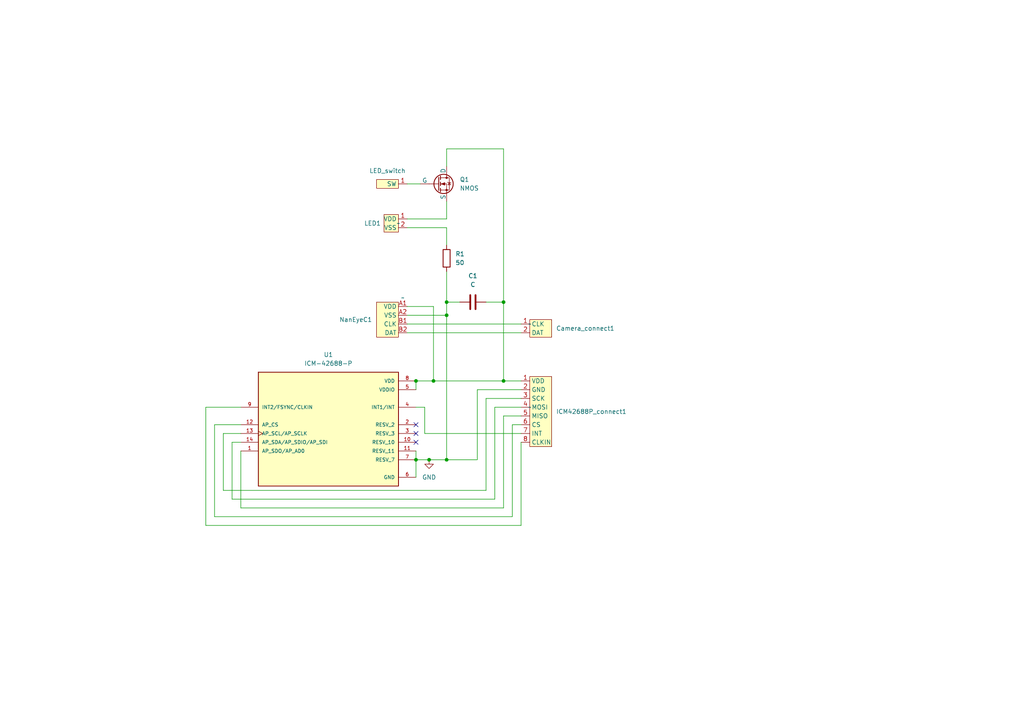
<source format=kicad_sch>
(kicad_sch (version 20230121) (generator eeschema)
  (paper "A4")
  (lib_symbols
    (symbol "Bat_tag_Library:ICM42688P_connect"
      (property "Reference" "ICM42688P_connect" (at 0 11.43 0))
      (symbol "ICM42688P_connect_1_1"
        (rectangle (start 0 8.89) (end 6.35 -11.43) (fill (type background)))
        (pin passive line (at -2.54 7.62 0) (length 2.54) (name "VDD") (number "1"))
        (pin passive line (at -2.54 5.08 0) (length 2.54) (name "GND") (number "2"))
        (pin passive line (at -2.54 2.54 0) (length 2.54) (name "SCK") (number "3"))
        (pin passive line (at -2.54 0 0) (length 2.54) (name "MOSI") (number "4"))
        (pin passive line (at -2.54 -2.54 0) (length 2.54) (name "MISO") (number "5"))
        (pin passive line (at -2.54 -5.08 0) (length 2.54) (name "CS") (number "6"))
        (pin passive line (at -2.54 -7.62 0) (length 2.54) (name "INT") (number "7"))
        (pin passive line (at -2.54 -10.16 0) (length 2.54) (name "CLKIN") (number "8"))
      )
    )
    (symbol "Bat_tag_Library:LED"
      (property "Reference" "LED" (at 0 5.08 0))
      (symbol "LED_1_1"
        (rectangle (start 0 2.54) (end 4.191 -2.54) (fill (type background)))
        (pin passive line (at -2.54 1.27 0) (length 2.54) (name "VDD") (number "1"))
        (pin passive line (at -2.54 -1.27 0) (length 2.54) (name "VSS") (number "2"))
      )
    )
    (symbol "Bat_tag_Library:LED_switch"
      (property "Value" "LED_switch" (at 0 3.81 0))
      (symbol "LED_switch_1_1"
        (rectangle (start 0 1.27) (end 6.35 -1.27) (fill (type background)))
        (pin passive line (at -2.54 0 0) (length 2.54) (name "SW") (number "1"))
      )
    )
    (symbol "Bat_tag_Library:NanEyeC"
      (property "Reference" "NanEyeC" (at 0 7.62 0))
      (symbol "NanEyeC_1_1"
        (rectangle (start 1.27 5.08) (end 7.62 -5.08) (fill (type background)))
        (pin passive line (at -1.27 3.81 0) (length 2.54) (name "VDD") (number "A1"))
        (pin passive line (at -1.27 1.27 0) (length 2.54) (name "VSS") (number "A2"))
        (pin passive line (at -1.27 -1.27 0) (length 2.54) (name "CLK") (number "B1"))
        (pin passive line (at -1.27 -3.81 0) (length 2.54) (name "DAT") (number "B2"))
      )
    )
    (symbol "Bat_tag_Library:camera_connect"
      (property "Reference" "Camera_connect" (at 0 3.81 0))
      (symbol "camera_connect_1_1"
        (rectangle (start 0 1.27) (end 6.35 -3.81) (fill (type background)))
        (pin passive line (at -2.54 0 0) (length 2.54) (name "CLK") (number "1"))
        (pin passive line (at -2.54 -2.54 0) (length 2.54) (name "DAT") (number "2"))
      )
    )
    (symbol "Device:C" (pin_numbers hide) (pin_names (offset 0.254))
      (property "Reference" "C" (at 0.635 2.54 0))
      (property "Value" "C" (at 0.635 -2.54 0))
      (symbol "C_0_1"
        (polyline (pts (xy -2.032 -0.762) (xy 2.032 -0.762)) (stroke (width 0.508)))
        (polyline (pts (xy -2.032 0.762) (xy 2.032 0.762)) (stroke (width 0.508)))
      )
      (symbol "C_1_1"
        (pin passive line (at 0 3.81 270) (length 2.794) (name "~") (number "1"))
        (pin passive line (at 0 -3.81 90) (length 2.794) (name "~") (number "2"))
      )
    )
    (symbol "Device:R" (pin_numbers hide) (pin_names (offset 0))
      (property "Reference" "R" (at 2.032 0 90))
      (property "Value" "R" (at 0 0 90))
      (symbol "R_0_1"
        (rectangle (start -1.016 -2.54) (end 1.016 2.54) (stroke (width 0.254)))
      )
      (symbol "R_1_1"
        (pin passive line (at 0 3.81 270) (length 1.27) (name "~") (number "1"))
        (pin passive line (at 0 -3.81 90) (length 1.27) (name "~") (number "2"))
      )
    )
    (symbol "ICM-42688-P:ICM-42688-P" (pin_names (offset 1.016))
      (property "Reference" "U" (at -20.32 16.002 0))
      (property "Value" "ICM-42688-P" (at -20.32 -20.32 0))
      (symbol "ICM-42688-P_0_0"
        (rectangle (start -20.32 -17.78) (end 20.32 15.24) (stroke (width 0.254)) (fill (type background)))
        (pin bidirectional line (at -25.4 -7.62 0) (length 5.08) (name "AP_SDO/AP_AD0") (number "1"))
        (pin passive line (at 25.4 -5.08 180) (length 5.08) (name "RESV_10") (number "10"))
        (pin passive line (at 25.4 -7.62 180) (length 5.08) (name "RESV_11") (number "11"))
        (pin input line (at -25.4 0 0) (length 5.08) (name "AP_CS") (number "12"))
        (pin input clock (at -25.4 -2.54 0) (length 5.08) (name "AP_SCL/AP_SCLK") (number "13"))
        (pin bidirectional line (at -25.4 -5.08 0) (length 5.08) (name "AP_SDA/AP_SDIO/AP_SDI") (number "14"))
        (pin passive line (at 25.4 0 180) (length 5.08) (name "RESV_2") (number "2"))
        (pin passive line (at 25.4 -2.54 180) (length 5.08) (name "RESV_3") (number "3"))
        (pin output line (at 25.4 5.08 180) (length 5.08) (name "INT1/INT") (number "4"))
        (pin power_in line (at 25.4 10.16 180) (length 5.08) (name "VDDIO") (number "5"))
        (pin power_in line (at 25.4 -15.24 180) (length 5.08) (name "GND") (number "6"))
        (pin passive line (at 25.4 -10.16 180) (length 5.08) (name "RESV_7") (number "7"))
        (pin power_in line (at 25.4 12.7 180) (length 5.08) (name "VDD") (number "8"))
        (pin bidirectional line (at -25.4 5.08 0) (length 5.08) (name "INT2/FSYNC/CLKIN") (number "9"))
      )
    )
    (symbol "Simulation_SPICE:NMOS" (pin_numbers hide) (pin_names (offset 0))
      (property "Reference" "Q" (at 5.08 1.27 0))
      (property "Value" "NMOS" (at 5.08 -1.27 0))
      (symbol "NMOS_0_1"
        (polyline (pts (xy 0.254 0) (xy -2.54 0)))
        (polyline (pts (xy 0.254 1.905) (xy 0.254 -1.905)) (stroke (width 0.254)))
        (polyline (pts (xy 0.762 -1.27) (xy 0.762 -2.286)) (stroke (width 0.254)))
        (polyline (pts (xy 0.762 0.508) (xy 0.762 -0.508)) (stroke (width 0.254)))
        (polyline (pts (xy 0.762 2.286) (xy 0.762 1.27)) (stroke (width 0.254)))
        (polyline (pts (xy 2.54 2.54) (xy 2.54 1.778)))
        (polyline (pts (xy 2.54 -2.54) (xy 2.54 0) (xy 0.762 0)))
        (polyline (pts (xy 0.762 -1.778) (xy 3.302 -1.778) (xy 3.302 1.778) (xy 0.762 1.778)))
        (polyline (pts (xy 1.016 0) (xy 2.032 0.381) (xy 2.032 -0.381) (xy 1.016 0)) (fill (type outline)))
        (polyline (pts (xy 2.794 0.508) (xy 2.921 0.381) (xy 3.683 0.381) (xy 3.81 0.254)))
        (polyline (pts (xy 3.302 0.381) (xy 2.921 -0.254) (xy 3.683 -0.254) (xy 3.302 0.381)))
        (circle (center 1.651 0) (radius 2.794) (stroke (width 0.254)))
        (circle (center 2.54 -1.778) (radius 0.254) (fill (type outline)))
        (circle (center 2.54 1.778) (radius 0.254) (fill (type outline)))
      )
      (symbol "NMOS_1_1"
        (pin passive line (at 2.54 5.08 270) (length 2.54) (name "D") (number "1"))
        (pin input line (at -5.08 0 0) (length 2.54) (name "G") (number "2"))
        (pin passive line (at 2.54 -5.08 90) (length 2.54) (name "S") (number "3"))
      )
    )
    (symbol "power:GND" (power) (pin_names (offset 0))
      (property "Value" "GND" (at 0 -3.81 0))
      (symbol "GND_0_1"
        (polyline (pts (xy 0 0) (xy 0 -1.27) (xy 1.27 -1.27) (xy 0 -2.54) (xy -1.27 -1.27) (xy 0 -1.27)))
      )
      (symbol "GND_1_1"
        (pin power_in line (at 0 0 270) (length 0) hide (name "GND") (number "1"))
      )
    )
  )
  (junction (at 124.46 133.35))
  (junction (at 129.54 91.44))
  (junction (at 129.54 87.63))
  (junction (at 120.65 133.35))
  (junction (at 146.05 87.63))
  (junction (at 120.65 110.49))
  (junction (at 125.73 110.49))
  (junction (at 146.05 110.49))
  (junction (at 129.54 133.35))
  (no_connect (at 120.65 125.73))
  (no_connect (at 120.65 128.27))
  (no_connect (at 120.65 123.19))
  (wire (pts (xy 146.05 43.18) (xy 129.54 43.18)))
  (wire (pts (xy 151.13 152.4) (xy 59.69 152.4)))
  (wire (pts (xy 140.97 115.57) (xy 140.97 142.24)))
  (wire (pts (xy 151.13 123.19) (xy 148.59 123.19)))
  (wire (pts (xy 59.69 152.4) (xy 59.69 118.11)))
  (wire (pts (xy 129.54 87.63) (xy 129.54 91.44)))
  (wire (pts (xy 146.05 110.49) (xy 151.13 110.49)))
  (wire (pts (xy 123.19 118.11) (xy 123.19 125.73)))
  (wire (pts (xy 146.05 147.32) (xy 69.85 147.32)))
  (wire (pts (xy 67.31 144.78) (xy 67.31 128.27)))
  (wire (pts (xy 125.73 110.49) (xy 146.05 110.49)))
  (wire (pts (xy 123.19 125.73) (xy 151.13 125.73)))
  (wire (pts (xy 67.31 128.27) (xy 69.85 128.27)))
  (wire (pts (xy 140.97 87.63) (xy 146.05 87.63)))
  (wire (pts (xy 118.11 63.5) (xy 129.54 63.5)))
  (wire (pts (xy 151.13 113.03) (xy 138.43 113.03)))
  (wire (pts (xy 120.65 118.11) (xy 123.19 118.11)))
  (wire (pts (xy 64.77 142.24) (xy 64.77 125.73)))
  (wire (pts (xy 146.05 110.49) (xy 146.05 87.63)))
  (wire (pts (xy 118.11 91.44) (xy 129.54 91.44)))
  (wire (pts (xy 140.97 142.24) (xy 64.77 142.24)))
  (wire (pts (xy 120.65 133.35) (xy 120.65 138.43)))
  (wire (pts (xy 129.54 66.04) (xy 129.54 71.12)))
  (wire (pts (xy 146.05 120.65) (xy 146.05 147.32)))
  (wire (pts (xy 69.85 147.32) (xy 69.85 130.81)))
  (wire (pts (xy 148.59 123.19) (xy 148.59 149.86)))
  (wire (pts (xy 151.13 120.65) (xy 146.05 120.65)))
  (wire (pts (xy 133.35 87.63) (xy 129.54 87.63)))
  (wire (pts (xy 151.13 118.11) (xy 143.51 118.11)))
  (wire (pts (xy 138.43 113.03) (xy 138.43 133.35)))
  (wire (pts (xy 151.13 115.57) (xy 140.97 115.57)))
  (wire (pts (xy 129.54 133.35) (xy 124.46 133.35)))
  (wire (pts (xy 138.43 133.35) (xy 129.54 133.35)))
  (wire (pts (xy 151.13 128.27) (xy 151.13 152.4)))
  (wire (pts (xy 129.54 91.44) (xy 129.54 133.35)))
  (wire (pts (xy 64.77 125.73) (xy 69.85 125.73)))
  (wire (pts (xy 118.11 66.04) (xy 129.54 66.04)))
  (wire (pts (xy 118.11 88.9) (xy 125.73 88.9)))
  (wire (pts (xy 62.23 123.19) (xy 69.85 123.19)))
  (wire (pts (xy 59.69 118.11) (xy 69.85 118.11)))
  (wire (pts (xy 151.13 93.98) (xy 118.11 93.98)))
  (wire (pts (xy 129.54 78.74) (xy 129.54 87.63)))
  (wire (pts (xy 129.54 43.18) (xy 129.54 48.26)))
  (wire (pts (xy 120.65 110.49) (xy 125.73 110.49)))
  (wire (pts (xy 148.59 149.86) (xy 62.23 149.86)))
  (wire (pts (xy 143.51 118.11) (xy 143.51 144.78)))
  (wire (pts (xy 62.23 149.86) (xy 62.23 123.19)))
  (wire (pts (xy 120.65 130.81) (xy 120.65 133.35)))
  (wire (pts (xy 125.73 88.9) (xy 125.73 110.49)))
  (wire (pts (xy 129.54 63.5) (xy 129.54 58.42)))
  (wire (pts (xy 151.13 96.52) (xy 118.11 96.52)))
  (wire (pts (xy 124.46 133.35) (xy 120.65 133.35)))
  (wire (pts (xy 143.51 144.78) (xy 67.31 144.78)))
  (wire (pts (xy 118.11 53.34) (xy 121.92 53.34)))
  (wire (pts (xy 146.05 87.63) (xy 146.05 43.18)))
  (wire (pts (xy 120.65 113.03) (xy 120.65 110.49)))
  (symbol (lib_id "Device:C") (at 137.16 87.63 90) (unit 1)
    (property "Reference" "C1" (at 137.16 80.01 90))
    (property "Value" "C" (at 137.16 82.55 90))
    (property "Footprint" "Capacitor_SMD:C_0603_1608Metric" (effects hide))
  )
  (symbol (lib_id "power:GND") (at 124.46 133.35 0) (unit 1)
    (property "Reference" "#PWR01" (effects hide))
    (property "Value" "GND" (at 124.46 138.43 0))
  )
  (symbol (lib_id "Device:R") (at 129.54 74.93 0) (unit 1)
    (property "Reference" "R1" (at 132.08 73.66 0) (effects (justify left)))
    (property "Value" "50" (at 132.08 76.2 0) (effects (justify left)))
    (property "Footprint" "Resistor_SMD:R_0603_1608Metric" (effects hide))
  )
  (symbol (lib_id "Bat_tag_Library:ICM42688P_connect") (at 153.67 118.11 0) (unit 1)
    (property "Reference" "ICM42688P_connect1" (at 161.29 119.38 0) (effects (justify left)))
    (property "Value" "~" (at 153.67 118.11 0))
    (property "Footprint" "Bat_tag_Library:ICM42688P_connect" (effects hide))
  )
  (symbol (lib_id "Simulation_SPICE:NMOS") (at 127 53.34 0) (unit 1)
    (property "Reference" "Q1" (at 133.35 52.07 0) (effects (justify left)))
    (property "Value" "NMOS" (at 133.35 54.61 0) (effects (justify left)))
    (property "Footprint" "Package_TO_SOT_SMD:SOT-23" (effects hide))
    (property "Datasheet" "https://ngspice.sourceforge.io/docs/ngspice-manual.pdf" (effects hide))
    (property "Sim.Device" "NMOS" (effects hide))
    (property "Sim.Type" "VDMOS" (effects hide))
    (property "Sim.Pins" "1=D 2=G 3=S" (effects hide))
  )
  (symbol (lib_id "Bat_tag_Library:NanEyeC") (at 116.84 92.71 0) (mirror y) (unit 1)
    (property "Reference" "NanEyeC1" (at 107.95 92.71 0) (effects (justify left)))
    (property "Value" "~" (at 116.84 86.36 0))
    (property "Footprint" "Bat_tag_Library:NanEyeC" (effects hide))
  )
  (symbol (lib_id "Bat_tag_Library:camera_connect") (at 153.67 93.98 0) (unit 1)
    (property "Reference" "Camera_connect1" (at 161.29 95.25 0) (effects (justify left)))
    (property "Value" "~" (at 153.67 93.98 0))
    (property "Footprint" "Bat_tag_Library:camera_connect" (effects hide))
  )
  (symbol (lib_id "Bat_tag_Library:LED") (at 115.57 64.77 0) (mirror y) (unit 1)
    (property "Reference" "LED1" (at 110.49 64.77 0) (effects (justify left)))
    (property "Value" "~" (at 115.57 64.77 0))
    (property "Footprint" "LED_SMD:LED_1206_3216Metric" (effects hide))
  )
  (symbol (lib_id "ICM-42688-P:ICM-42688-P") (at 95.25 123.19 0) (unit 1)
    (property "Reference" "U1" (at 95.25 102.87 0))
    (property "Value" "ICM-42688-P" (at 95.25 105.41 0))
    (property "Footprint" "PQFN50P300X250X97-14N" (effects hide))
    (property "MF" "TDK InvenSense" (effects hide))
    (property "MAXIMUM_PACKAGE_HEIGHT" "0.97mm" (effects hide))
    (property "Package" "LGA-14 TDK InvenSense" (effects hide))
    (property "Price" "None" (effects hide))
    (property "Check_prices" "https://www.snapeda.com/parts/ICM-42688-P/TDK+InvenSense/view-part/?ref=eda" (effects hide))
    (property "STANDARD" "IPC-7351B" (effects hide))
    (property "PARTREV" "1.2" (effects hide))
    (property "SnapEDA_Link" "https://www.snapeda.com/parts/ICM-42688-P/TDK+InvenSense/view-part/?ref=snap" (effects hide))
    (property "MP" "ICM-42688-P" (effects hide))
    (property "Purchase-URL" "https://pricing.snapeda.com/search?q=ICM-42688-P&ref=eda" (effects hide))
    (property "Description" "\nAccelerometer, Gyroscope, 6 Axis Sensor - Output\n" (effects hide))
    (property "Availability" "In Stock" (effects hide))
    (property "MANUFACTURER" "TDK InvenSense" (effects hide))
  )
  (symbol (lib_id "Bat_tag_Library:LED_switch") (at 115.57 53.34 180) (unit 1)
    (property "Reference" "Camera_connect2" (effects hide))
    (property "Value" "LED_switch" (at 112.395 49.53 0))
    (property "Footprint" "Bat_tag_Library:LED_switch" (effects hide))
  )
)
</source>
